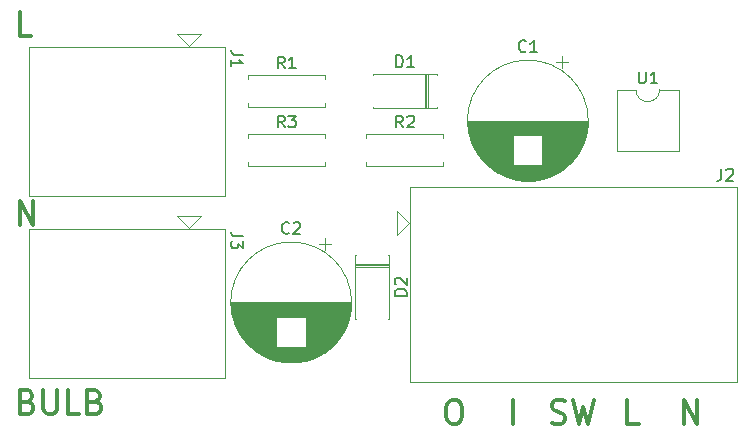
<source format=gto>
G04 #@! TF.GenerationSoftware,KiCad,Pcbnew,8.0.1*
G04 #@! TF.CreationDate,2024-03-24T00:29:06+01:00*
G04 #@! TF.ProjectId,main,6d61696e-2e6b-4696-9361-645f70636258,rev?*
G04 #@! TF.SameCoordinates,Original*
G04 #@! TF.FileFunction,Legend,Top*
G04 #@! TF.FilePolarity,Positive*
%FSLAX46Y46*%
G04 Gerber Fmt 4.6, Leading zero omitted, Abs format (unit mm)*
G04 Created by KiCad (PCBNEW 8.0.1) date 2024-03-24 00:29:06*
%MOMM*%
%LPD*%
G01*
G04 APERTURE LIST*
%ADD10C,0.300000*%
%ADD11C,0.150000*%
%ADD12C,0.120000*%
%ADD13R,2.000000X2.000000*%
%ADD14C,2.000000*%
%ADD15R,1.600000X1.600000*%
%ADD16O,1.600000X1.600000*%
%ADD17C,1.600000*%
%ADD18C,2.300000*%
%ADD19R,2.200000X2.200000*%
%ADD20O,2.200000X2.200000*%
G04 APERTURE END LIST*
D10*
X162310714Y-55684400D02*
X162596428Y-55779638D01*
X162596428Y-55779638D02*
X163072619Y-55779638D01*
X163072619Y-55779638D02*
X163263095Y-55684400D01*
X163263095Y-55684400D02*
X163358333Y-55589161D01*
X163358333Y-55589161D02*
X163453571Y-55398685D01*
X163453571Y-55398685D02*
X163453571Y-55208209D01*
X163453571Y-55208209D02*
X163358333Y-55017733D01*
X163358333Y-55017733D02*
X163263095Y-54922495D01*
X163263095Y-54922495D02*
X163072619Y-54827257D01*
X163072619Y-54827257D02*
X162691666Y-54732019D01*
X162691666Y-54732019D02*
X162501190Y-54636780D01*
X162501190Y-54636780D02*
X162405952Y-54541542D01*
X162405952Y-54541542D02*
X162310714Y-54351066D01*
X162310714Y-54351066D02*
X162310714Y-54160590D01*
X162310714Y-54160590D02*
X162405952Y-53970114D01*
X162405952Y-53970114D02*
X162501190Y-53874876D01*
X162501190Y-53874876D02*
X162691666Y-53779638D01*
X162691666Y-53779638D02*
X163167857Y-53779638D01*
X163167857Y-53779638D02*
X163453571Y-53874876D01*
X164120238Y-53779638D02*
X164596428Y-55779638D01*
X164596428Y-55779638D02*
X164977381Y-54351066D01*
X164977381Y-54351066D02*
X165358333Y-55779638D01*
X165358333Y-55779638D02*
X165834524Y-53779638D01*
X159025000Y-55779638D02*
X159025000Y-53779638D01*
X169644047Y-55779638D02*
X168691666Y-55779638D01*
X168691666Y-55779638D02*
X168691666Y-53779638D01*
X153834523Y-53779638D02*
X154215476Y-53779638D01*
X154215476Y-53779638D02*
X154405952Y-53874876D01*
X154405952Y-53874876D02*
X154596428Y-54065352D01*
X154596428Y-54065352D02*
X154691666Y-54446304D01*
X154691666Y-54446304D02*
X154691666Y-55112971D01*
X154691666Y-55112971D02*
X154596428Y-55493923D01*
X154596428Y-55493923D02*
X154405952Y-55684400D01*
X154405952Y-55684400D02*
X154215476Y-55779638D01*
X154215476Y-55779638D02*
X153834523Y-55779638D01*
X153834523Y-55779638D02*
X153644047Y-55684400D01*
X153644047Y-55684400D02*
X153453571Y-55493923D01*
X153453571Y-55493923D02*
X153358333Y-55112971D01*
X153358333Y-55112971D02*
X153358333Y-54446304D01*
X153358333Y-54446304D02*
X153453571Y-54065352D01*
X153453571Y-54065352D02*
X153644047Y-53874876D01*
X153644047Y-53874876D02*
X153834523Y-53779638D01*
X117248558Y-38939638D02*
X117248558Y-36939638D01*
X117248558Y-36939638D02*
X118391415Y-38939638D01*
X118391415Y-38939638D02*
X118391415Y-36939638D01*
X173453571Y-55779638D02*
X173453571Y-53779638D01*
X173453571Y-53779638D02*
X174596428Y-55779638D01*
X174596428Y-55779638D02*
X174596428Y-53779638D01*
X117915225Y-53892019D02*
X118200939Y-53987257D01*
X118200939Y-53987257D02*
X118296177Y-54082495D01*
X118296177Y-54082495D02*
X118391415Y-54272971D01*
X118391415Y-54272971D02*
X118391415Y-54558685D01*
X118391415Y-54558685D02*
X118296177Y-54749161D01*
X118296177Y-54749161D02*
X118200939Y-54844400D01*
X118200939Y-54844400D02*
X118010463Y-54939638D01*
X118010463Y-54939638D02*
X117248558Y-54939638D01*
X117248558Y-54939638D02*
X117248558Y-52939638D01*
X117248558Y-52939638D02*
X117915225Y-52939638D01*
X117915225Y-52939638D02*
X118105701Y-53034876D01*
X118105701Y-53034876D02*
X118200939Y-53130114D01*
X118200939Y-53130114D02*
X118296177Y-53320590D01*
X118296177Y-53320590D02*
X118296177Y-53511066D01*
X118296177Y-53511066D02*
X118200939Y-53701542D01*
X118200939Y-53701542D02*
X118105701Y-53796780D01*
X118105701Y-53796780D02*
X117915225Y-53892019D01*
X117915225Y-53892019D02*
X117248558Y-53892019D01*
X119248558Y-52939638D02*
X119248558Y-54558685D01*
X119248558Y-54558685D02*
X119343796Y-54749161D01*
X119343796Y-54749161D02*
X119439034Y-54844400D01*
X119439034Y-54844400D02*
X119629510Y-54939638D01*
X119629510Y-54939638D02*
X120010463Y-54939638D01*
X120010463Y-54939638D02*
X120200939Y-54844400D01*
X120200939Y-54844400D02*
X120296177Y-54749161D01*
X120296177Y-54749161D02*
X120391415Y-54558685D01*
X120391415Y-54558685D02*
X120391415Y-52939638D01*
X122296177Y-54939638D02*
X121343796Y-54939638D01*
X121343796Y-54939638D02*
X121343796Y-52939638D01*
X123629511Y-53892019D02*
X123915225Y-53987257D01*
X123915225Y-53987257D02*
X124010463Y-54082495D01*
X124010463Y-54082495D02*
X124105701Y-54272971D01*
X124105701Y-54272971D02*
X124105701Y-54558685D01*
X124105701Y-54558685D02*
X124010463Y-54749161D01*
X124010463Y-54749161D02*
X123915225Y-54844400D01*
X123915225Y-54844400D02*
X123724749Y-54939638D01*
X123724749Y-54939638D02*
X122962844Y-54939638D01*
X122962844Y-54939638D02*
X122962844Y-52939638D01*
X122962844Y-52939638D02*
X123629511Y-52939638D01*
X123629511Y-52939638D02*
X123819987Y-53034876D01*
X123819987Y-53034876D02*
X123915225Y-53130114D01*
X123915225Y-53130114D02*
X124010463Y-53320590D01*
X124010463Y-53320590D02*
X124010463Y-53511066D01*
X124010463Y-53511066D02*
X123915225Y-53701542D01*
X123915225Y-53701542D02*
X123819987Y-53796780D01*
X123819987Y-53796780D02*
X123629511Y-53892019D01*
X123629511Y-53892019D02*
X122962844Y-53892019D01*
X118200939Y-22939638D02*
X117248558Y-22939638D01*
X117248558Y-22939638D02*
X117248558Y-20939638D01*
D11*
X140058333Y-39609580D02*
X140010714Y-39657200D01*
X140010714Y-39657200D02*
X139867857Y-39704819D01*
X139867857Y-39704819D02*
X139772619Y-39704819D01*
X139772619Y-39704819D02*
X139629762Y-39657200D01*
X139629762Y-39657200D02*
X139534524Y-39561961D01*
X139534524Y-39561961D02*
X139486905Y-39466723D01*
X139486905Y-39466723D02*
X139439286Y-39276247D01*
X139439286Y-39276247D02*
X139439286Y-39133390D01*
X139439286Y-39133390D02*
X139486905Y-38942914D01*
X139486905Y-38942914D02*
X139534524Y-38847676D01*
X139534524Y-38847676D02*
X139629762Y-38752438D01*
X139629762Y-38752438D02*
X139772619Y-38704819D01*
X139772619Y-38704819D02*
X139867857Y-38704819D01*
X139867857Y-38704819D02*
X140010714Y-38752438D01*
X140010714Y-38752438D02*
X140058333Y-38800057D01*
X140439286Y-38800057D02*
X140486905Y-38752438D01*
X140486905Y-38752438D02*
X140582143Y-38704819D01*
X140582143Y-38704819D02*
X140820238Y-38704819D01*
X140820238Y-38704819D02*
X140915476Y-38752438D01*
X140915476Y-38752438D02*
X140963095Y-38800057D01*
X140963095Y-38800057D02*
X141010714Y-38895295D01*
X141010714Y-38895295D02*
X141010714Y-38990533D01*
X141010714Y-38990533D02*
X140963095Y-39133390D01*
X140963095Y-39133390D02*
X140391667Y-39704819D01*
X140391667Y-39704819D02*
X141010714Y-39704819D01*
X169663095Y-25949819D02*
X169663095Y-26759342D01*
X169663095Y-26759342D02*
X169710714Y-26854580D01*
X169710714Y-26854580D02*
X169758333Y-26902200D01*
X169758333Y-26902200D02*
X169853571Y-26949819D01*
X169853571Y-26949819D02*
X170044047Y-26949819D01*
X170044047Y-26949819D02*
X170139285Y-26902200D01*
X170139285Y-26902200D02*
X170186904Y-26854580D01*
X170186904Y-26854580D02*
X170234523Y-26759342D01*
X170234523Y-26759342D02*
X170234523Y-25949819D01*
X171234523Y-26949819D02*
X170663095Y-26949819D01*
X170948809Y-26949819D02*
X170948809Y-25949819D01*
X170948809Y-25949819D02*
X170853571Y-26092676D01*
X170853571Y-26092676D02*
X170758333Y-26187914D01*
X170758333Y-26187914D02*
X170663095Y-26235533D01*
X149688333Y-30684819D02*
X149355000Y-30208628D01*
X149116905Y-30684819D02*
X149116905Y-29684819D01*
X149116905Y-29684819D02*
X149497857Y-29684819D01*
X149497857Y-29684819D02*
X149593095Y-29732438D01*
X149593095Y-29732438D02*
X149640714Y-29780057D01*
X149640714Y-29780057D02*
X149688333Y-29875295D01*
X149688333Y-29875295D02*
X149688333Y-30018152D01*
X149688333Y-30018152D02*
X149640714Y-30113390D01*
X149640714Y-30113390D02*
X149593095Y-30161009D01*
X149593095Y-30161009D02*
X149497857Y-30208628D01*
X149497857Y-30208628D02*
X149116905Y-30208628D01*
X150069286Y-29780057D02*
X150116905Y-29732438D01*
X150116905Y-29732438D02*
X150212143Y-29684819D01*
X150212143Y-29684819D02*
X150450238Y-29684819D01*
X150450238Y-29684819D02*
X150545476Y-29732438D01*
X150545476Y-29732438D02*
X150593095Y-29780057D01*
X150593095Y-29780057D02*
X150640714Y-29875295D01*
X150640714Y-29875295D02*
X150640714Y-29970533D01*
X150640714Y-29970533D02*
X150593095Y-30113390D01*
X150593095Y-30113390D02*
X150021667Y-30684819D01*
X150021667Y-30684819D02*
X150640714Y-30684819D01*
X136130180Y-39912493D02*
X135415895Y-39912493D01*
X135415895Y-39912493D02*
X135273038Y-39864874D01*
X135273038Y-39864874D02*
X135177800Y-39769636D01*
X135177800Y-39769636D02*
X135130180Y-39626779D01*
X135130180Y-39626779D02*
X135130180Y-39531541D01*
X136130180Y-40293446D02*
X136130180Y-40912493D01*
X136130180Y-40912493D02*
X135749228Y-40579160D01*
X135749228Y-40579160D02*
X135749228Y-40722017D01*
X135749228Y-40722017D02*
X135701609Y-40817255D01*
X135701609Y-40817255D02*
X135653990Y-40864874D01*
X135653990Y-40864874D02*
X135558752Y-40912493D01*
X135558752Y-40912493D02*
X135320657Y-40912493D01*
X135320657Y-40912493D02*
X135225419Y-40864874D01*
X135225419Y-40864874D02*
X135177800Y-40817255D01*
X135177800Y-40817255D02*
X135130180Y-40722017D01*
X135130180Y-40722017D02*
X135130180Y-40436303D01*
X135130180Y-40436303D02*
X135177800Y-40341065D01*
X135177800Y-40341065D02*
X135225419Y-40293446D01*
X139668333Y-25684819D02*
X139335000Y-25208628D01*
X139096905Y-25684819D02*
X139096905Y-24684819D01*
X139096905Y-24684819D02*
X139477857Y-24684819D01*
X139477857Y-24684819D02*
X139573095Y-24732438D01*
X139573095Y-24732438D02*
X139620714Y-24780057D01*
X139620714Y-24780057D02*
X139668333Y-24875295D01*
X139668333Y-24875295D02*
X139668333Y-25018152D01*
X139668333Y-25018152D02*
X139620714Y-25113390D01*
X139620714Y-25113390D02*
X139573095Y-25161009D01*
X139573095Y-25161009D02*
X139477857Y-25208628D01*
X139477857Y-25208628D02*
X139096905Y-25208628D01*
X140620714Y-25684819D02*
X140049286Y-25684819D01*
X140335000Y-25684819D02*
X140335000Y-24684819D01*
X140335000Y-24684819D02*
X140239762Y-24827676D01*
X140239762Y-24827676D02*
X140144524Y-24922914D01*
X140144524Y-24922914D02*
X140049286Y-24970533D01*
X136130180Y-24512493D02*
X135415895Y-24512493D01*
X135415895Y-24512493D02*
X135273038Y-24464874D01*
X135273038Y-24464874D02*
X135177800Y-24369636D01*
X135177800Y-24369636D02*
X135130180Y-24226779D01*
X135130180Y-24226779D02*
X135130180Y-24131541D01*
X135130180Y-25512493D02*
X135130180Y-24941065D01*
X135130180Y-25226779D02*
X136130180Y-25226779D01*
X136130180Y-25226779D02*
X135987323Y-25131541D01*
X135987323Y-25131541D02*
X135892085Y-25036303D01*
X135892085Y-25036303D02*
X135844466Y-24941065D01*
X139668333Y-30684819D02*
X139335000Y-30208628D01*
X139096905Y-30684819D02*
X139096905Y-29684819D01*
X139096905Y-29684819D02*
X139477857Y-29684819D01*
X139477857Y-29684819D02*
X139573095Y-29732438D01*
X139573095Y-29732438D02*
X139620714Y-29780057D01*
X139620714Y-29780057D02*
X139668333Y-29875295D01*
X139668333Y-29875295D02*
X139668333Y-30018152D01*
X139668333Y-30018152D02*
X139620714Y-30113390D01*
X139620714Y-30113390D02*
X139573095Y-30161009D01*
X139573095Y-30161009D02*
X139477857Y-30208628D01*
X139477857Y-30208628D02*
X139096905Y-30208628D01*
X140001667Y-29684819D02*
X140620714Y-29684819D01*
X140620714Y-29684819D02*
X140287381Y-30065771D01*
X140287381Y-30065771D02*
X140430238Y-30065771D01*
X140430238Y-30065771D02*
X140525476Y-30113390D01*
X140525476Y-30113390D02*
X140573095Y-30161009D01*
X140573095Y-30161009D02*
X140620714Y-30256247D01*
X140620714Y-30256247D02*
X140620714Y-30494342D01*
X140620714Y-30494342D02*
X140573095Y-30589580D01*
X140573095Y-30589580D02*
X140525476Y-30637200D01*
X140525476Y-30637200D02*
X140430238Y-30684819D01*
X140430238Y-30684819D02*
X140144524Y-30684819D01*
X140144524Y-30684819D02*
X140049286Y-30637200D01*
X140049286Y-30637200D02*
X140001667Y-30589580D01*
X176645839Y-34194819D02*
X176645839Y-34909104D01*
X176645839Y-34909104D02*
X176598220Y-35051961D01*
X176598220Y-35051961D02*
X176502982Y-35147200D01*
X176502982Y-35147200D02*
X176360125Y-35194819D01*
X176360125Y-35194819D02*
X176264887Y-35194819D01*
X177074411Y-34290057D02*
X177122030Y-34242438D01*
X177122030Y-34242438D02*
X177217268Y-34194819D01*
X177217268Y-34194819D02*
X177455363Y-34194819D01*
X177455363Y-34194819D02*
X177550601Y-34242438D01*
X177550601Y-34242438D02*
X177598220Y-34290057D01*
X177598220Y-34290057D02*
X177645839Y-34385295D01*
X177645839Y-34385295D02*
X177645839Y-34480533D01*
X177645839Y-34480533D02*
X177598220Y-34623390D01*
X177598220Y-34623390D02*
X177026792Y-35194819D01*
X177026792Y-35194819D02*
X177645839Y-35194819D01*
X149999819Y-44928094D02*
X148999819Y-44928094D01*
X148999819Y-44928094D02*
X148999819Y-44689999D01*
X148999819Y-44689999D02*
X149047438Y-44547142D01*
X149047438Y-44547142D02*
X149142676Y-44451904D01*
X149142676Y-44451904D02*
X149237914Y-44404285D01*
X149237914Y-44404285D02*
X149428390Y-44356666D01*
X149428390Y-44356666D02*
X149571247Y-44356666D01*
X149571247Y-44356666D02*
X149761723Y-44404285D01*
X149761723Y-44404285D02*
X149856961Y-44451904D01*
X149856961Y-44451904D02*
X149952200Y-44547142D01*
X149952200Y-44547142D02*
X149999819Y-44689999D01*
X149999819Y-44689999D02*
X149999819Y-44928094D01*
X149095057Y-43975713D02*
X149047438Y-43928094D01*
X149047438Y-43928094D02*
X148999819Y-43832856D01*
X148999819Y-43832856D02*
X148999819Y-43594761D01*
X148999819Y-43594761D02*
X149047438Y-43499523D01*
X149047438Y-43499523D02*
X149095057Y-43451904D01*
X149095057Y-43451904D02*
X149190295Y-43404285D01*
X149190295Y-43404285D02*
X149285533Y-43404285D01*
X149285533Y-43404285D02*
X149428390Y-43451904D01*
X149428390Y-43451904D02*
X149999819Y-44023332D01*
X149999819Y-44023332D02*
X149999819Y-43404285D01*
X149116905Y-25584819D02*
X149116905Y-24584819D01*
X149116905Y-24584819D02*
X149355000Y-24584819D01*
X149355000Y-24584819D02*
X149497857Y-24632438D01*
X149497857Y-24632438D02*
X149593095Y-24727676D01*
X149593095Y-24727676D02*
X149640714Y-24822914D01*
X149640714Y-24822914D02*
X149688333Y-25013390D01*
X149688333Y-25013390D02*
X149688333Y-25156247D01*
X149688333Y-25156247D02*
X149640714Y-25346723D01*
X149640714Y-25346723D02*
X149593095Y-25441961D01*
X149593095Y-25441961D02*
X149497857Y-25537200D01*
X149497857Y-25537200D02*
X149355000Y-25584819D01*
X149355000Y-25584819D02*
X149116905Y-25584819D01*
X150640714Y-25584819D02*
X150069286Y-25584819D01*
X150355000Y-25584819D02*
X150355000Y-24584819D01*
X150355000Y-24584819D02*
X150259762Y-24727676D01*
X150259762Y-24727676D02*
X150164524Y-24822914D01*
X150164524Y-24822914D02*
X150069286Y-24870533D01*
X160098333Y-24209580D02*
X160050714Y-24257200D01*
X160050714Y-24257200D02*
X159907857Y-24304819D01*
X159907857Y-24304819D02*
X159812619Y-24304819D01*
X159812619Y-24304819D02*
X159669762Y-24257200D01*
X159669762Y-24257200D02*
X159574524Y-24161961D01*
X159574524Y-24161961D02*
X159526905Y-24066723D01*
X159526905Y-24066723D02*
X159479286Y-23876247D01*
X159479286Y-23876247D02*
X159479286Y-23733390D01*
X159479286Y-23733390D02*
X159526905Y-23542914D01*
X159526905Y-23542914D02*
X159574524Y-23447676D01*
X159574524Y-23447676D02*
X159669762Y-23352438D01*
X159669762Y-23352438D02*
X159812619Y-23304819D01*
X159812619Y-23304819D02*
X159907857Y-23304819D01*
X159907857Y-23304819D02*
X160050714Y-23352438D01*
X160050714Y-23352438D02*
X160098333Y-23400057D01*
X161050714Y-24304819D02*
X160479286Y-24304819D01*
X160765000Y-24304819D02*
X160765000Y-23304819D01*
X160765000Y-23304819D02*
X160669762Y-23447676D01*
X160669762Y-23447676D02*
X160574524Y-23542914D01*
X160574524Y-23542914D02*
X160479286Y-23590533D01*
D12*
X138984000Y-46781000D02*
X135307000Y-46781000D01*
X138984000Y-46821000D02*
X135318000Y-46821000D01*
X138984000Y-46861000D02*
X135328000Y-46861000D01*
X138984000Y-46901000D02*
X135340000Y-46901000D01*
X138984000Y-46941000D02*
X135351000Y-46941000D01*
X138984000Y-46981000D02*
X135363000Y-46981000D01*
X138984000Y-47021000D02*
X135375000Y-47021000D01*
X138984000Y-47061000D02*
X135388000Y-47061000D01*
X138984000Y-47101000D02*
X135401000Y-47101000D01*
X138984000Y-47141000D02*
X135414000Y-47141000D01*
X138984000Y-47181000D02*
X135428000Y-47181000D01*
X138984000Y-47221000D02*
X135442000Y-47221000D01*
X138984000Y-47261000D02*
X135457000Y-47261000D01*
X138984000Y-47301000D02*
X135471000Y-47301000D01*
X138984000Y-47341000D02*
X135487000Y-47341000D01*
X138984000Y-47381000D02*
X135502000Y-47381000D01*
X138984000Y-47421000D02*
X135518000Y-47421000D01*
X138984000Y-47461000D02*
X135535000Y-47461000D01*
X138984000Y-47501000D02*
X135551000Y-47501000D01*
X138984000Y-47541000D02*
X135568000Y-47541000D01*
X138984000Y-47581000D02*
X135586000Y-47581000D01*
X138984000Y-47621000D02*
X135604000Y-47621000D01*
X138984000Y-47661000D02*
X135622000Y-47661000D01*
X138984000Y-47701000D02*
X135641000Y-47701000D01*
X138984000Y-47741000D02*
X135661000Y-47741000D01*
X138984000Y-47781000D02*
X135680000Y-47781000D01*
X138984000Y-47821000D02*
X135700000Y-47821000D01*
X138984000Y-47861000D02*
X135721000Y-47861000D01*
X138984000Y-47901000D02*
X135742000Y-47901000D01*
X138984000Y-47941000D02*
X135763000Y-47941000D01*
X138984000Y-47981000D02*
X135785000Y-47981000D01*
X138984000Y-48021000D02*
X135808000Y-48021000D01*
X138984000Y-48061000D02*
X135830000Y-48061000D01*
X138984000Y-48101000D02*
X135854000Y-48101000D01*
X138984000Y-48141000D02*
X135878000Y-48141000D01*
X138984000Y-48181000D02*
X135902000Y-48181000D01*
X138984000Y-48221000D02*
X135927000Y-48221000D01*
X138984000Y-48261000D02*
X135952000Y-48261000D01*
X138984000Y-48301000D02*
X135978000Y-48301000D01*
X138984000Y-48341000D02*
X136004000Y-48341000D01*
X138984000Y-48381000D02*
X136031000Y-48381000D01*
X138984000Y-48421000D02*
X136059000Y-48421000D01*
X138984000Y-48461000D02*
X136087000Y-48461000D01*
X138984000Y-48501000D02*
X136115000Y-48501000D01*
X138984000Y-48541000D02*
X136145000Y-48541000D01*
X138984000Y-48581000D02*
X136175000Y-48581000D01*
X138984000Y-48621000D02*
X136205000Y-48621000D01*
X138984000Y-48661000D02*
X136236000Y-48661000D01*
X138984000Y-48701000D02*
X136268000Y-48701000D01*
X138984000Y-48741000D02*
X136300000Y-48741000D01*
X138984000Y-48781000D02*
X136333000Y-48781000D01*
X138984000Y-48821000D02*
X136367000Y-48821000D01*
X138984000Y-48861000D02*
X136401000Y-48861000D01*
X138984000Y-48901000D02*
X136436000Y-48901000D01*
X138984000Y-48941000D02*
X136472000Y-48941000D01*
X138984000Y-48981000D02*
X136509000Y-48981000D01*
X138984000Y-49021000D02*
X136546000Y-49021000D01*
X138984000Y-49061000D02*
X136585000Y-49061000D01*
X138984000Y-49101000D02*
X136624000Y-49101000D01*
X138984000Y-49141000D02*
X136664000Y-49141000D01*
X138984000Y-49181000D02*
X136705000Y-49181000D01*
X138984000Y-49221000D02*
X136747000Y-49221000D01*
X140824000Y-50581000D02*
X139626000Y-50581000D01*
X141087000Y-50541000D02*
X139363000Y-50541000D01*
X141287000Y-50501000D02*
X139163000Y-50501000D01*
X141455000Y-50461000D02*
X138995000Y-50461000D01*
X141603000Y-50421000D02*
X138847000Y-50421000D01*
X141735000Y-50381000D02*
X138715000Y-50381000D01*
X141855000Y-50341000D02*
X138595000Y-50341000D01*
X141967000Y-50301000D02*
X138483000Y-50301000D01*
X142071000Y-50261000D02*
X138379000Y-50261000D01*
X142169000Y-50221000D02*
X138281000Y-50221000D01*
X142262000Y-50181000D02*
X138188000Y-50181000D01*
X142350000Y-50141000D02*
X138100000Y-50141000D01*
X142434000Y-50101000D02*
X138016000Y-50101000D01*
X142514000Y-50061000D02*
X137936000Y-50061000D01*
X142590000Y-50021000D02*
X137860000Y-50021000D01*
X142664000Y-49981000D02*
X137786000Y-49981000D01*
X142735000Y-49941000D02*
X137715000Y-49941000D01*
X142804000Y-49901000D02*
X137646000Y-49901000D01*
X142870000Y-49861000D02*
X137580000Y-49861000D01*
X142934000Y-49821000D02*
X137516000Y-49821000D01*
X142995000Y-49781000D02*
X137455000Y-49781000D01*
X143055000Y-49741000D02*
X137395000Y-49741000D01*
X143100000Y-40020354D02*
X143100000Y-41020354D01*
X143114000Y-49701000D02*
X137336000Y-49701000D01*
X143170000Y-49661000D02*
X137280000Y-49661000D01*
X143225000Y-49621000D02*
X137225000Y-49621000D01*
X143279000Y-49581000D02*
X137171000Y-49581000D01*
X143331000Y-49541000D02*
X137119000Y-49541000D01*
X143381000Y-49501000D02*
X137069000Y-49501000D01*
X143431000Y-49461000D02*
X137019000Y-49461000D01*
X143479000Y-49421000D02*
X136971000Y-49421000D01*
X143526000Y-49381000D02*
X136924000Y-49381000D01*
X143572000Y-49341000D02*
X136878000Y-49341000D01*
X143600000Y-40520354D02*
X142600000Y-40520354D01*
X143617000Y-49301000D02*
X136833000Y-49301000D01*
X143661000Y-49261000D02*
X136789000Y-49261000D01*
X143703000Y-49221000D02*
X141466000Y-49221000D01*
X143745000Y-49181000D02*
X141466000Y-49181000D01*
X143786000Y-49141000D02*
X141466000Y-49141000D01*
X143826000Y-49101000D02*
X141466000Y-49101000D01*
X143865000Y-49061000D02*
X141466000Y-49061000D01*
X143904000Y-49021000D02*
X141466000Y-49021000D01*
X143941000Y-48981000D02*
X141466000Y-48981000D01*
X143978000Y-48941000D02*
X141466000Y-48941000D01*
X144014000Y-48901000D02*
X141466000Y-48901000D01*
X144049000Y-48861000D02*
X141466000Y-48861000D01*
X144083000Y-48821000D02*
X141466000Y-48821000D01*
X144117000Y-48781000D02*
X141466000Y-48781000D01*
X144150000Y-48741000D02*
X141466000Y-48741000D01*
X144182000Y-48701000D02*
X141466000Y-48701000D01*
X144214000Y-48661000D02*
X141466000Y-48661000D01*
X144245000Y-48621000D02*
X141466000Y-48621000D01*
X144275000Y-48581000D02*
X141466000Y-48581000D01*
X144305000Y-48541000D02*
X141466000Y-48541000D01*
X144335000Y-48501000D02*
X141466000Y-48501000D01*
X144363000Y-48461000D02*
X141466000Y-48461000D01*
X144391000Y-48421000D02*
X141466000Y-48421000D01*
X144419000Y-48381000D02*
X141466000Y-48381000D01*
X144446000Y-48341000D02*
X141466000Y-48341000D01*
X144472000Y-48301000D02*
X141466000Y-48301000D01*
X144498000Y-48261000D02*
X141466000Y-48261000D01*
X144523000Y-48221000D02*
X141466000Y-48221000D01*
X144548000Y-48181000D02*
X141466000Y-48181000D01*
X144572000Y-48141000D02*
X141466000Y-48141000D01*
X144596000Y-48101000D02*
X141466000Y-48101000D01*
X144620000Y-48061000D02*
X141466000Y-48061000D01*
X144642000Y-48021000D02*
X141466000Y-48021000D01*
X144665000Y-47981000D02*
X141466000Y-47981000D01*
X144687000Y-47941000D02*
X141466000Y-47941000D01*
X144708000Y-47901000D02*
X141466000Y-47901000D01*
X144729000Y-47861000D02*
X141466000Y-47861000D01*
X144750000Y-47821000D02*
X141466000Y-47821000D01*
X144770000Y-47781000D02*
X141466000Y-47781000D01*
X144789000Y-47741000D02*
X141466000Y-47741000D01*
X144809000Y-47701000D02*
X141466000Y-47701000D01*
X144828000Y-47661000D02*
X141466000Y-47661000D01*
X144846000Y-47621000D02*
X141466000Y-47621000D01*
X144864000Y-47581000D02*
X141466000Y-47581000D01*
X144882000Y-47541000D02*
X141466000Y-47541000D01*
X144899000Y-47501000D02*
X141466000Y-47501000D01*
X144915000Y-47461000D02*
X141466000Y-47461000D01*
X144932000Y-47421000D02*
X141466000Y-47421000D01*
X144948000Y-47381000D02*
X141466000Y-47381000D01*
X144963000Y-47341000D02*
X141466000Y-47341000D01*
X144979000Y-47301000D02*
X141466000Y-47301000D01*
X144993000Y-47261000D02*
X141466000Y-47261000D01*
X145008000Y-47221000D02*
X141466000Y-47221000D01*
X145022000Y-47181000D02*
X141466000Y-47181000D01*
X145036000Y-47141000D02*
X141466000Y-47141000D01*
X145049000Y-47101000D02*
X141466000Y-47101000D01*
X145062000Y-47061000D02*
X141466000Y-47061000D01*
X145075000Y-47021000D02*
X141466000Y-47021000D01*
X145087000Y-46981000D02*
X141466000Y-46981000D01*
X145099000Y-46941000D02*
X141466000Y-46941000D01*
X145110000Y-46901000D02*
X141466000Y-46901000D01*
X145122000Y-46861000D02*
X141466000Y-46861000D01*
X145132000Y-46821000D02*
X141466000Y-46821000D01*
X145143000Y-46781000D02*
X141466000Y-46781000D01*
X145153000Y-46741000D02*
X135297000Y-46741000D01*
X145163000Y-46701000D02*
X135287000Y-46701000D01*
X145172000Y-46661000D02*
X135278000Y-46661000D01*
X145181000Y-46621000D02*
X135269000Y-46621000D01*
X145190000Y-46581000D02*
X135260000Y-46581000D01*
X145199000Y-46541000D02*
X135251000Y-46541000D01*
X145207000Y-46501000D02*
X135243000Y-46501000D01*
X145215000Y-46461000D02*
X135235000Y-46461000D01*
X145222000Y-46421000D02*
X135228000Y-46421000D01*
X145229000Y-46381000D02*
X135221000Y-46381000D01*
X145236000Y-46341000D02*
X135214000Y-46341000D01*
X145243000Y-46301000D02*
X135207000Y-46301000D01*
X145249000Y-46261000D02*
X135201000Y-46261000D01*
X145255000Y-46221000D02*
X135195000Y-46221000D01*
X145260000Y-46180000D02*
X135190000Y-46180000D01*
X145265000Y-46140000D02*
X135185000Y-46140000D01*
X145270000Y-46100000D02*
X135180000Y-46100000D01*
X145275000Y-46060000D02*
X135175000Y-46060000D01*
X145279000Y-46020000D02*
X135171000Y-46020000D01*
X145283000Y-45980000D02*
X135167000Y-45980000D01*
X145287000Y-45940000D02*
X135163000Y-45940000D01*
X145290000Y-45900000D02*
X135160000Y-45900000D01*
X145293000Y-45860000D02*
X135157000Y-45860000D01*
X145295000Y-45820000D02*
X135155000Y-45820000D01*
X145298000Y-45780000D02*
X135152000Y-45780000D01*
X145300000Y-45740000D02*
X135150000Y-45740000D01*
X145302000Y-45700000D02*
X135148000Y-45700000D01*
X145303000Y-45660000D02*
X135147000Y-45660000D01*
X145304000Y-45620000D02*
X135146000Y-45620000D01*
X145305000Y-45500000D02*
X135145000Y-45500000D01*
X145305000Y-45540000D02*
X135145000Y-45540000D01*
X145305000Y-45580000D02*
X135145000Y-45580000D01*
X145345000Y-45500000D02*
G75*
G02*
X135105000Y-45500000I-5120000J0D01*
G01*
X135105000Y-45500000D02*
G75*
G02*
X145345000Y-45500000I5120000J0D01*
G01*
X167775000Y-27495000D02*
X167775000Y-32695000D01*
X167775000Y-32695000D02*
X173075000Y-32695000D01*
X169425000Y-27495000D02*
X167775000Y-27495000D01*
X173075000Y-27495000D02*
X171425000Y-27495000D01*
X173075000Y-32695000D02*
X173075000Y-27495000D01*
X171425000Y-27495000D02*
G75*
G02*
X169425000Y-27495000I-1000000J0D01*
G01*
X146585000Y-31230000D02*
X153125000Y-31230000D01*
X146585000Y-31560000D02*
X146585000Y-31230000D01*
X146585000Y-33640000D02*
X146585000Y-33970000D01*
X146585000Y-33970000D02*
X153125000Y-33970000D01*
X153125000Y-31230000D02*
X153125000Y-31560000D01*
X153125000Y-33970000D02*
X153125000Y-33640000D01*
X118065000Y-51910000D02*
X118065000Y-39290000D01*
X130575000Y-38170000D02*
X131575000Y-39170000D01*
X131575000Y-39170000D02*
X132575000Y-38170000D01*
X132575000Y-38170000D02*
X130575000Y-38170000D01*
X134585000Y-39290000D02*
X118065000Y-39290000D01*
X134585000Y-51910000D02*
X118065000Y-51910000D01*
X134585000Y-51910000D02*
X134585000Y-39290000D01*
X136565000Y-26230000D02*
X143105000Y-26230000D01*
X136565000Y-26560000D02*
X136565000Y-26230000D01*
X136565000Y-28640000D02*
X136565000Y-28970000D01*
X136565000Y-28970000D02*
X143105000Y-28970000D01*
X143105000Y-26230000D02*
X143105000Y-26560000D01*
X143105000Y-28970000D02*
X143105000Y-28640000D01*
X118065000Y-36510000D02*
X118065000Y-23890000D01*
X130575000Y-22770000D02*
X131575000Y-23770000D01*
X131575000Y-23770000D02*
X132575000Y-22770000D01*
X132575000Y-22770000D02*
X130575000Y-22770000D01*
X134585000Y-23890000D02*
X118065000Y-23890000D01*
X134585000Y-36510000D02*
X118065000Y-36510000D01*
X134585000Y-36510000D02*
X134585000Y-23890000D01*
X136565000Y-31230000D02*
X143105000Y-31230000D01*
X136565000Y-31560000D02*
X136565000Y-31230000D01*
X136565000Y-33640000D02*
X136565000Y-33970000D01*
X136565000Y-33970000D02*
X143105000Y-33970000D01*
X143105000Y-31230000D02*
X143105000Y-31560000D01*
X143105000Y-33970000D02*
X143105000Y-33640000D01*
X149195000Y-37750000D02*
X149195000Y-39750000D01*
X149195000Y-39750000D02*
X150195000Y-38750000D01*
X150195000Y-38750000D02*
X149195000Y-37750000D01*
X150315000Y-35740000D02*
X150315000Y-52260000D01*
X177935000Y-35740000D02*
X150315000Y-35740000D01*
X177935000Y-35740000D02*
X177935000Y-52260000D01*
X177935000Y-52260000D02*
X150315000Y-52260000D01*
X145605000Y-41470000D02*
X145605000Y-46910000D01*
X145605000Y-46910000D02*
X145735000Y-46910000D01*
X145735000Y-41470000D02*
X145605000Y-41470000D01*
X148415000Y-41470000D02*
X148545000Y-41470000D01*
X148545000Y-41470000D02*
X148545000Y-46910000D01*
X148545000Y-42250000D02*
X145605000Y-42250000D01*
X148545000Y-42370000D02*
X145605000Y-42370000D01*
X148545000Y-42490000D02*
X145605000Y-42490000D01*
X148545000Y-46910000D02*
X148415000Y-46910000D01*
X147135000Y-26130000D02*
X147135000Y-26260000D01*
X147135000Y-29070000D02*
X147135000Y-28940000D01*
X151555000Y-29070000D02*
X151555000Y-26130000D01*
X151675000Y-29070000D02*
X151675000Y-26130000D01*
X151795000Y-29070000D02*
X151795000Y-26130000D01*
X152575000Y-26130000D02*
X147135000Y-26130000D01*
X152575000Y-26260000D02*
X152575000Y-26130000D01*
X152575000Y-28940000D02*
X152575000Y-29070000D01*
X152575000Y-29070000D02*
X147135000Y-29070000D01*
X159024000Y-31381000D02*
X155347000Y-31381000D01*
X159024000Y-31421000D02*
X155358000Y-31421000D01*
X159024000Y-31461000D02*
X155368000Y-31461000D01*
X159024000Y-31501000D02*
X155380000Y-31501000D01*
X159024000Y-31541000D02*
X155391000Y-31541000D01*
X159024000Y-31581000D02*
X155403000Y-31581000D01*
X159024000Y-31621000D02*
X155415000Y-31621000D01*
X159024000Y-31661000D02*
X155428000Y-31661000D01*
X159024000Y-31701000D02*
X155441000Y-31701000D01*
X159024000Y-31741000D02*
X155454000Y-31741000D01*
X159024000Y-31781000D02*
X155468000Y-31781000D01*
X159024000Y-31821000D02*
X155482000Y-31821000D01*
X159024000Y-31861000D02*
X155497000Y-31861000D01*
X159024000Y-31901000D02*
X155511000Y-31901000D01*
X159024000Y-31941000D02*
X155527000Y-31941000D01*
X159024000Y-31981000D02*
X155542000Y-31981000D01*
X159024000Y-32021000D02*
X155558000Y-32021000D01*
X159024000Y-32061000D02*
X155575000Y-32061000D01*
X159024000Y-32101000D02*
X155591000Y-32101000D01*
X159024000Y-32141000D02*
X155608000Y-32141000D01*
X159024000Y-32181000D02*
X155626000Y-32181000D01*
X159024000Y-32221000D02*
X155644000Y-32221000D01*
X159024000Y-32261000D02*
X155662000Y-32261000D01*
X159024000Y-32301000D02*
X155681000Y-32301000D01*
X159024000Y-32341000D02*
X155701000Y-32341000D01*
X159024000Y-32381000D02*
X155720000Y-32381000D01*
X159024000Y-32421000D02*
X155740000Y-32421000D01*
X159024000Y-32461000D02*
X155761000Y-32461000D01*
X159024000Y-32501000D02*
X155782000Y-32501000D01*
X159024000Y-32541000D02*
X155803000Y-32541000D01*
X159024000Y-32581000D02*
X155825000Y-32581000D01*
X159024000Y-32621000D02*
X155848000Y-32621000D01*
X159024000Y-32661000D02*
X155870000Y-32661000D01*
X159024000Y-32701000D02*
X155894000Y-32701000D01*
X159024000Y-32741000D02*
X155918000Y-32741000D01*
X159024000Y-32781000D02*
X155942000Y-32781000D01*
X159024000Y-32821000D02*
X155967000Y-32821000D01*
X159024000Y-32861000D02*
X155992000Y-32861000D01*
X159024000Y-32901000D02*
X156018000Y-32901000D01*
X159024000Y-32941000D02*
X156044000Y-32941000D01*
X159024000Y-32981000D02*
X156071000Y-32981000D01*
X159024000Y-33021000D02*
X156099000Y-33021000D01*
X159024000Y-33061000D02*
X156127000Y-33061000D01*
X159024000Y-33101000D02*
X156155000Y-33101000D01*
X159024000Y-33141000D02*
X156185000Y-33141000D01*
X159024000Y-33181000D02*
X156215000Y-33181000D01*
X159024000Y-33221000D02*
X156245000Y-33221000D01*
X159024000Y-33261000D02*
X156276000Y-33261000D01*
X159024000Y-33301000D02*
X156308000Y-33301000D01*
X159024000Y-33341000D02*
X156340000Y-33341000D01*
X159024000Y-33381000D02*
X156373000Y-33381000D01*
X159024000Y-33421000D02*
X156407000Y-33421000D01*
X159024000Y-33461000D02*
X156441000Y-33461000D01*
X159024000Y-33501000D02*
X156476000Y-33501000D01*
X159024000Y-33541000D02*
X156512000Y-33541000D01*
X159024000Y-33581000D02*
X156549000Y-33581000D01*
X159024000Y-33621000D02*
X156586000Y-33621000D01*
X159024000Y-33661000D02*
X156625000Y-33661000D01*
X159024000Y-33701000D02*
X156664000Y-33701000D01*
X159024000Y-33741000D02*
X156704000Y-33741000D01*
X159024000Y-33781000D02*
X156745000Y-33781000D01*
X159024000Y-33821000D02*
X156787000Y-33821000D01*
X160864000Y-35181000D02*
X159666000Y-35181000D01*
X161127000Y-35141000D02*
X159403000Y-35141000D01*
X161327000Y-35101000D02*
X159203000Y-35101000D01*
X161495000Y-35061000D02*
X159035000Y-35061000D01*
X161643000Y-35021000D02*
X158887000Y-35021000D01*
X161775000Y-34981000D02*
X158755000Y-34981000D01*
X161895000Y-34941000D02*
X158635000Y-34941000D01*
X162007000Y-34901000D02*
X158523000Y-34901000D01*
X162111000Y-34861000D02*
X158419000Y-34861000D01*
X162209000Y-34821000D02*
X158321000Y-34821000D01*
X162302000Y-34781000D02*
X158228000Y-34781000D01*
X162390000Y-34741000D02*
X158140000Y-34741000D01*
X162474000Y-34701000D02*
X158056000Y-34701000D01*
X162554000Y-34661000D02*
X157976000Y-34661000D01*
X162630000Y-34621000D02*
X157900000Y-34621000D01*
X162704000Y-34581000D02*
X157826000Y-34581000D01*
X162775000Y-34541000D02*
X157755000Y-34541000D01*
X162844000Y-34501000D02*
X157686000Y-34501000D01*
X162910000Y-34461000D02*
X157620000Y-34461000D01*
X162974000Y-34421000D02*
X157556000Y-34421000D01*
X163035000Y-34381000D02*
X157495000Y-34381000D01*
X163095000Y-34341000D02*
X157435000Y-34341000D01*
X163140000Y-24620354D02*
X163140000Y-25620354D01*
X163154000Y-34301000D02*
X157376000Y-34301000D01*
X163210000Y-34261000D02*
X157320000Y-34261000D01*
X163265000Y-34221000D02*
X157265000Y-34221000D01*
X163319000Y-34181000D02*
X157211000Y-34181000D01*
X163371000Y-34141000D02*
X157159000Y-34141000D01*
X163421000Y-34101000D02*
X157109000Y-34101000D01*
X163471000Y-34061000D02*
X157059000Y-34061000D01*
X163519000Y-34021000D02*
X157011000Y-34021000D01*
X163566000Y-33981000D02*
X156964000Y-33981000D01*
X163612000Y-33941000D02*
X156918000Y-33941000D01*
X163640000Y-25120354D02*
X162640000Y-25120354D01*
X163657000Y-33901000D02*
X156873000Y-33901000D01*
X163701000Y-33861000D02*
X156829000Y-33861000D01*
X163743000Y-33821000D02*
X161506000Y-33821000D01*
X163785000Y-33781000D02*
X161506000Y-33781000D01*
X163826000Y-33741000D02*
X161506000Y-33741000D01*
X163866000Y-33701000D02*
X161506000Y-33701000D01*
X163905000Y-33661000D02*
X161506000Y-33661000D01*
X163944000Y-33621000D02*
X161506000Y-33621000D01*
X163981000Y-33581000D02*
X161506000Y-33581000D01*
X164018000Y-33541000D02*
X161506000Y-33541000D01*
X164054000Y-33501000D02*
X161506000Y-33501000D01*
X164089000Y-33461000D02*
X161506000Y-33461000D01*
X164123000Y-33421000D02*
X161506000Y-33421000D01*
X164157000Y-33381000D02*
X161506000Y-33381000D01*
X164190000Y-33341000D02*
X161506000Y-33341000D01*
X164222000Y-33301000D02*
X161506000Y-33301000D01*
X164254000Y-33261000D02*
X161506000Y-33261000D01*
X164285000Y-33221000D02*
X161506000Y-33221000D01*
X164315000Y-33181000D02*
X161506000Y-33181000D01*
X164345000Y-33141000D02*
X161506000Y-33141000D01*
X164375000Y-33101000D02*
X161506000Y-33101000D01*
X164403000Y-33061000D02*
X161506000Y-33061000D01*
X164431000Y-33021000D02*
X161506000Y-33021000D01*
X164459000Y-32981000D02*
X161506000Y-32981000D01*
X164486000Y-32941000D02*
X161506000Y-32941000D01*
X164512000Y-32901000D02*
X161506000Y-32901000D01*
X164538000Y-32861000D02*
X161506000Y-32861000D01*
X164563000Y-32821000D02*
X161506000Y-32821000D01*
X164588000Y-32781000D02*
X161506000Y-32781000D01*
X164612000Y-32741000D02*
X161506000Y-32741000D01*
X164636000Y-32701000D02*
X161506000Y-32701000D01*
X164660000Y-32661000D02*
X161506000Y-32661000D01*
X164682000Y-32621000D02*
X161506000Y-32621000D01*
X164705000Y-32581000D02*
X161506000Y-32581000D01*
X164727000Y-32541000D02*
X161506000Y-32541000D01*
X164748000Y-32501000D02*
X161506000Y-32501000D01*
X164769000Y-32461000D02*
X161506000Y-32461000D01*
X164790000Y-32421000D02*
X161506000Y-32421000D01*
X164810000Y-32381000D02*
X161506000Y-32381000D01*
X164829000Y-32341000D02*
X161506000Y-32341000D01*
X164849000Y-32301000D02*
X161506000Y-32301000D01*
X164868000Y-32261000D02*
X161506000Y-32261000D01*
X164886000Y-32221000D02*
X161506000Y-32221000D01*
X164904000Y-32181000D02*
X161506000Y-32181000D01*
X164922000Y-32141000D02*
X161506000Y-32141000D01*
X164939000Y-32101000D02*
X161506000Y-32101000D01*
X164955000Y-32061000D02*
X161506000Y-32061000D01*
X164972000Y-32021000D02*
X161506000Y-32021000D01*
X164988000Y-31981000D02*
X161506000Y-31981000D01*
X165003000Y-31941000D02*
X161506000Y-31941000D01*
X165019000Y-31901000D02*
X161506000Y-31901000D01*
X165033000Y-31861000D02*
X161506000Y-31861000D01*
X165048000Y-31821000D02*
X161506000Y-31821000D01*
X165062000Y-31781000D02*
X161506000Y-31781000D01*
X165076000Y-31741000D02*
X161506000Y-31741000D01*
X165089000Y-31701000D02*
X161506000Y-31701000D01*
X165102000Y-31661000D02*
X161506000Y-31661000D01*
X165115000Y-31621000D02*
X161506000Y-31621000D01*
X165127000Y-31581000D02*
X161506000Y-31581000D01*
X165139000Y-31541000D02*
X161506000Y-31541000D01*
X165150000Y-31501000D02*
X161506000Y-31501000D01*
X165162000Y-31461000D02*
X161506000Y-31461000D01*
X165172000Y-31421000D02*
X161506000Y-31421000D01*
X165183000Y-31381000D02*
X161506000Y-31381000D01*
X165193000Y-31341000D02*
X155337000Y-31341000D01*
X165203000Y-31301000D02*
X155327000Y-31301000D01*
X165212000Y-31261000D02*
X155318000Y-31261000D01*
X165221000Y-31221000D02*
X155309000Y-31221000D01*
X165230000Y-31181000D02*
X155300000Y-31181000D01*
X165239000Y-31141000D02*
X155291000Y-31141000D01*
X165247000Y-31101000D02*
X155283000Y-31101000D01*
X165255000Y-31061000D02*
X155275000Y-31061000D01*
X165262000Y-31021000D02*
X155268000Y-31021000D01*
X165269000Y-30981000D02*
X155261000Y-30981000D01*
X165276000Y-30941000D02*
X155254000Y-30941000D01*
X165283000Y-30901000D02*
X155247000Y-30901000D01*
X165289000Y-30861000D02*
X155241000Y-30861000D01*
X165295000Y-30821000D02*
X155235000Y-30821000D01*
X165300000Y-30780000D02*
X155230000Y-30780000D01*
X165305000Y-30740000D02*
X155225000Y-30740000D01*
X165310000Y-30700000D02*
X155220000Y-30700000D01*
X165315000Y-30660000D02*
X155215000Y-30660000D01*
X165319000Y-30620000D02*
X155211000Y-30620000D01*
X165323000Y-30580000D02*
X155207000Y-30580000D01*
X165327000Y-30540000D02*
X155203000Y-30540000D01*
X165330000Y-30500000D02*
X155200000Y-30500000D01*
X165333000Y-30460000D02*
X155197000Y-30460000D01*
X165335000Y-30420000D02*
X155195000Y-30420000D01*
X165338000Y-30380000D02*
X155192000Y-30380000D01*
X165340000Y-30340000D02*
X155190000Y-30340000D01*
X165342000Y-30300000D02*
X155188000Y-30300000D01*
X165343000Y-30260000D02*
X155187000Y-30260000D01*
X165344000Y-30220000D02*
X155186000Y-30220000D01*
X165345000Y-30100000D02*
X155185000Y-30100000D01*
X165345000Y-30140000D02*
X155185000Y-30140000D01*
X165345000Y-30180000D02*
X155185000Y-30180000D01*
X165385000Y-30100000D02*
G75*
G02*
X155145000Y-30100000I-5120000J0D01*
G01*
X155145000Y-30100000D02*
G75*
G02*
X165385000Y-30100000I5120000J0D01*
G01*
%LPC*%
D13*
X140225000Y-43000000D03*
D14*
X140225000Y-48000000D03*
D15*
X166615000Y-28825000D03*
D16*
X166615000Y-31365000D03*
X174235000Y-31365000D03*
X174235000Y-28825000D03*
D17*
X146045000Y-32600000D03*
D16*
X153665000Y-32600000D03*
D18*
X131575000Y-43000000D03*
X123375000Y-43000000D03*
X131575000Y-48000000D03*
X123375000Y-48000000D03*
D17*
X136025000Y-27600000D03*
D16*
X143645000Y-27600000D03*
D18*
X131575000Y-27600000D03*
X123375000Y-27600000D03*
X131575000Y-32600000D03*
X123375000Y-32600000D03*
D17*
X136025000Y-32600000D03*
D16*
X143645000Y-32600000D03*
D18*
X154025000Y-38750000D03*
X154025000Y-46950000D03*
X159025000Y-38750000D03*
X159025000Y-46950000D03*
X164025000Y-38750000D03*
X164025000Y-46950000D03*
X169025000Y-38750000D03*
X169025000Y-46950000D03*
X174025000Y-38750000D03*
X174025000Y-46950000D03*
D19*
X147075000Y-40380000D03*
D20*
X147075000Y-48000000D03*
D19*
X153665000Y-27600000D03*
D20*
X146045000Y-27600000D03*
D13*
X160265000Y-27600000D03*
D14*
X160265000Y-32600000D03*
%LPD*%
M02*

</source>
